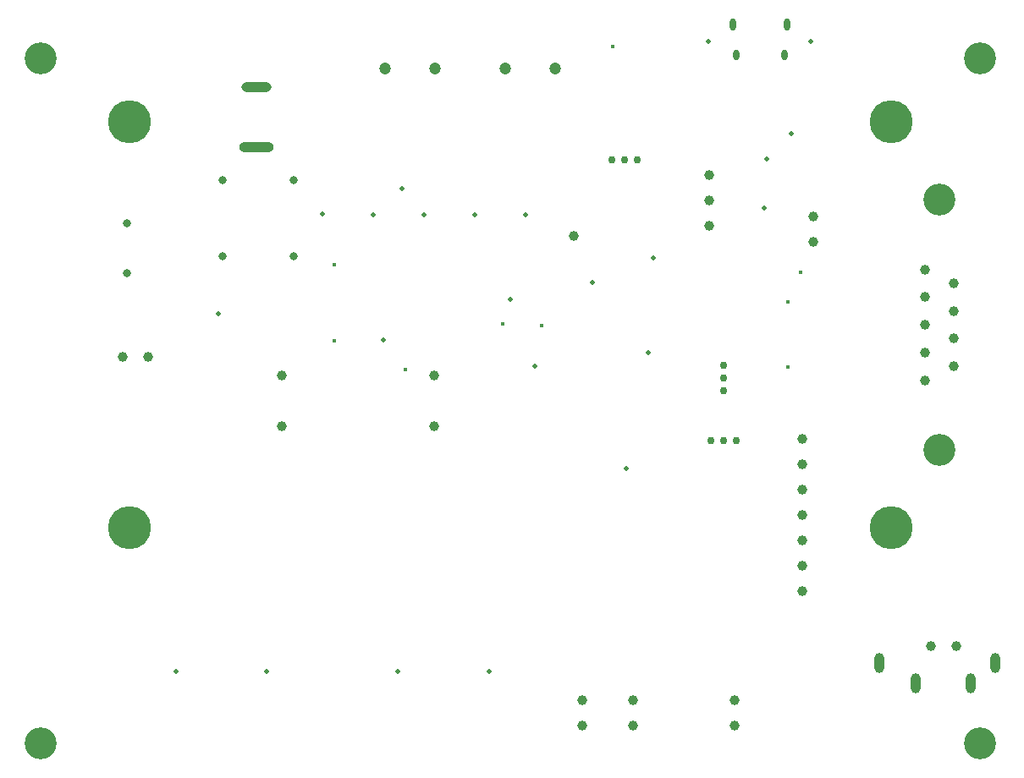
<source format=gbr>
%TF.GenerationSoftware,KiCad,Pcbnew,7.0.2*%
%TF.CreationDate,2024-01-05T23:58:58-08:00*%
%TF.ProjectId,MK_KS,4d4b5f4b-532e-46b6-9963-61645f706362,1.0*%
%TF.SameCoordinates,Original*%
%TF.FileFunction,Plated,1,2,PTH,Mixed*%
%TF.FilePolarity,Positive*%
%FSLAX46Y46*%
G04 Gerber Fmt 4.6, Leading zero omitted, Abs format (unit mm)*
G04 Created by KiCad (PCBNEW 7.0.2) date 2024-01-05 23:58:58*
%MOMM*%
%LPD*%
G01*
G04 APERTURE LIST*
%TA.AperFunction,ViaDrill*%
%ADD10C,0.400000*%
%TD*%
%TA.AperFunction,ViaDrill*%
%ADD11C,0.500000*%
%TD*%
G04 aperture for slot hole*
%TA.AperFunction,ComponentDrill*%
%ADD12O,0.650000X1.050000*%
%TD*%
G04 aperture for slot hole*
%TA.AperFunction,ComponentDrill*%
%ADD13O,0.700000X1.200000*%
%TD*%
%TA.AperFunction,ComponentDrill*%
%ADD14C,0.750000*%
%TD*%
%TA.AperFunction,ComponentDrill*%
%ADD15C,0.800000*%
%TD*%
%TA.AperFunction,ComponentDrill*%
%ADD16C,1.000000*%
%TD*%
G04 aperture for slot hole*
%TA.AperFunction,ComponentDrill*%
%ADD17O,3.000000X1.000000*%
%TD*%
G04 aperture for slot hole*
%TA.AperFunction,ComponentDrill*%
%ADD18O,3.500000X1.000000*%
%TD*%
G04 aperture for slot hole*
%TA.AperFunction,ComponentDrill*%
%ADD19O,1.000000X2.000000*%
%TD*%
%TA.AperFunction,ComponentDrill*%
%ADD20C,1.200000*%
%TD*%
%TA.AperFunction,ComponentDrill*%
%ADD21C,3.200000*%
%TD*%
%TA.AperFunction,ComponentDrill*%
%ADD22C,4.300000*%
%TD*%
G04 APERTURE END LIST*
D10*
X90627200Y-119253000D03*
X90627200Y-126898400D03*
X97739200Y-129717800D03*
X107518200Y-125171200D03*
X111404400Y-125323600D03*
X118465600Y-97434400D03*
X136042400Y-123012200D03*
X136042400Y-129463800D03*
X137312400Y-120015000D03*
D11*
X74803000Y-159941800D03*
X79044800Y-124155200D03*
X83870800Y-159941800D03*
X89484200Y-114198400D03*
X94538800Y-114223800D03*
X95580200Y-126794800D03*
X97028000Y-159941800D03*
X97409000Y-111633000D03*
X99618800Y-114223800D03*
X104724200Y-114249200D03*
X106172000Y-159941800D03*
X108229400Y-122732800D03*
X109778800Y-114249200D03*
X110667800Y-129413000D03*
X116433600Y-121056400D03*
X119862600Y-139674600D03*
X122021600Y-128066800D03*
X122555000Y-118541800D03*
X128064800Y-96875600D03*
X133678200Y-113563400D03*
X133883400Y-108661200D03*
X136321800Y-106093800D03*
X138305000Y-96901000D03*
D12*
%TO.C,J1*%
X130828000Y-98241800D03*
X135678000Y-98241800D03*
D13*
X130528000Y-95211800D03*
X135978000Y-95211800D03*
D14*
%TO.C,Q4*%
X118389400Y-108762800D03*
X119659400Y-108762800D03*
X120929400Y-108762800D03*
%TO.C,Q1*%
X128295400Y-136850800D03*
%TO.C,Q2*%
X129565400Y-129336800D03*
X129565400Y-130606800D03*
X129565400Y-131876800D03*
%TO.C,Q1*%
X129565400Y-136850800D03*
X130835400Y-136850800D03*
D15*
%TO.C,C3*%
X69875400Y-115080851D03*
X69875400Y-120080851D03*
%TO.C,D2*%
X79425800Y-110794800D03*
X79425800Y-118414800D03*
%TO.C,D4*%
X86537800Y-110794800D03*
X86537800Y-118414800D03*
D16*
%TO.C,OPa2*%
X69494400Y-128447800D03*
X72034400Y-128447800D03*
D17*
%TO.C,J2*%
X82880200Y-101489100D03*
D18*
X82880200Y-107489100D03*
D16*
%TO.C,TP3*%
X85369400Y-130352800D03*
%TO.C,TP2*%
X85369400Y-135432800D03*
%TO.C,TP4*%
X100609400Y-130352800D03*
%TO.C,TP5*%
X100609400Y-135432800D03*
%TO.C,TP1*%
X114579400Y-116382800D03*
%TO.C,SW1*%
X115448400Y-162884800D03*
X115448400Y-165424800D03*
X120528400Y-162884800D03*
X120528400Y-165424800D03*
%TO.C,OPa1*%
X128143000Y-110236000D03*
X128143000Y-112776000D03*
X128143000Y-115316000D03*
%TO.C,JP2*%
X130688400Y-162859800D03*
X130688400Y-165399800D03*
%TO.C,J4*%
X137439400Y-136702800D03*
X137439400Y-139242800D03*
X137439400Y-141782800D03*
X137439400Y-144322800D03*
X137439400Y-146862800D03*
X137439400Y-149402800D03*
X137439400Y-151942800D03*
%TO.C,JP1*%
X138573000Y-114403200D03*
X138573000Y-116943200D03*
D19*
%TO.C,J5*%
X145133400Y-159155300D03*
X148833400Y-161155300D03*
D16*
%TO.C,J3*%
X149737069Y-119722800D03*
X149737069Y-122492800D03*
X149737069Y-125262800D03*
X149737069Y-128032800D03*
X149737069Y-130802800D03*
%TO.C,JP3*%
X150317200Y-157429200D03*
%TO.C,J3*%
X152577069Y-121107800D03*
X152577069Y-123877800D03*
X152577069Y-126647800D03*
X152577069Y-129417800D03*
%TO.C,JP3*%
X152857200Y-157429200D03*
D19*
%TO.C,J5*%
X154333400Y-161155300D03*
X156733400Y-159155300D03*
D20*
%TO.C,ST1*%
X95709400Y-99627800D03*
X100709400Y-99627800D03*
%TO.C,ST2*%
X107774400Y-99627800D03*
X112774400Y-99627800D03*
D21*
%TO.C,M_KSI1*%
X61239400Y-98602800D03*
%TO.C,M_KSI4*%
X61239400Y-167182800D03*
%TO.C,J3*%
X151157069Y-112762800D03*
X151157069Y-137762800D03*
%TO.C,M_KSI2*%
X155219400Y-98602800D03*
%TO.C,M_KSI3*%
X155219400Y-167182800D03*
D22*
%TO.C,SHLD-1*%
X70129400Y-104952800D03*
%TO.C,SHLD-4*%
X70129400Y-145592800D03*
%TO.C,SHLD-2*%
X146329400Y-104952800D03*
%TO.C,SHLD-3*%
X146329400Y-145592800D03*
M02*

</source>
